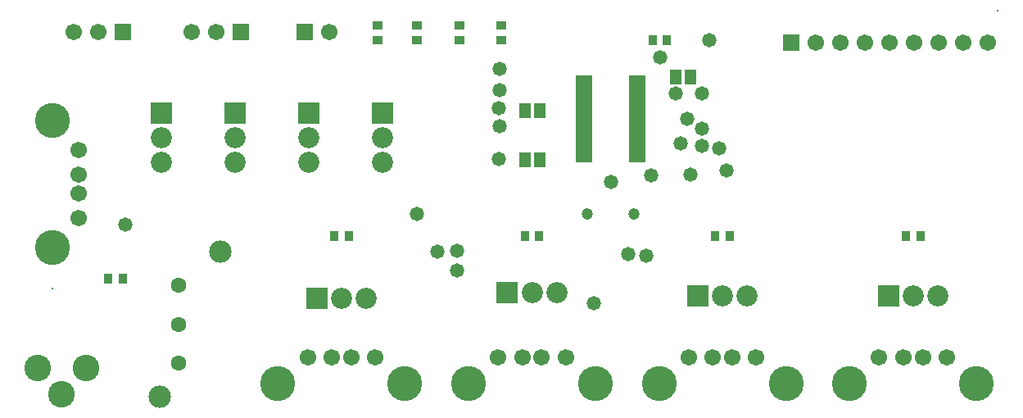
<source format=gts>
G04*
G04 #@! TF.GenerationSoftware,Altium Limited,Altium Designer,18.1.7 (191)*
G04*
G04 Layer_Color=8388736*
%FSLAX23Y23*%
%MOIN*%
G70*
G01*
G75*
%ADD18R,0.036X0.043*%
%ADD19R,0.043X0.036*%
%ADD20R,0.068X0.025*%
%ADD21R,0.051X0.063*%
%ADD22R,0.086X0.086*%
%ADD23C,0.086*%
%ADD24R,0.086X0.086*%
%ADD25C,0.063*%
%ADD26C,0.091*%
%ADD27R,0.067X0.067*%
%ADD28C,0.067*%
%ADD29C,0.108*%
%ADD30C,0.047*%
%ADD31C,0.142*%
%ADD32C,0.008*%
%ADD33C,0.058*%
D18*
X3735Y780D02*
D03*
X3676D02*
D03*
X2960Y780D02*
D03*
X2901D02*
D03*
X2184Y780D02*
D03*
X2125D02*
D03*
X1409Y780D02*
D03*
X1350D02*
D03*
X430Y605D02*
D03*
X490D02*
D03*
X2704Y1575D02*
D03*
X2645D02*
D03*
D19*
X1525Y1635D02*
D03*
Y1576D02*
D03*
X1685Y1635D02*
D03*
Y1576D02*
D03*
X1860Y1635D02*
D03*
Y1576D02*
D03*
X2030Y1635D02*
D03*
Y1576D02*
D03*
D20*
X2582Y1091D02*
D03*
Y1116D02*
D03*
Y1142D02*
D03*
Y1167D02*
D03*
Y1192D02*
D03*
Y1217D02*
D03*
Y1242D02*
D03*
Y1268D02*
D03*
Y1293D02*
D03*
Y1318D02*
D03*
Y1343D02*
D03*
Y1368D02*
D03*
Y1394D02*
D03*
Y1419D02*
D03*
X2368D02*
D03*
Y1394D02*
D03*
Y1368D02*
D03*
Y1343D02*
D03*
Y1318D02*
D03*
Y1293D02*
D03*
Y1268D02*
D03*
Y1242D02*
D03*
Y1217D02*
D03*
Y1192D02*
D03*
Y1167D02*
D03*
Y1142D02*
D03*
Y1116D02*
D03*
Y1091D02*
D03*
D21*
X2126Y1290D02*
D03*
X2185D02*
D03*
X2800Y1425D02*
D03*
X2740D02*
D03*
X2126Y1090D02*
D03*
X2185D02*
D03*
D22*
X645Y1280D02*
D03*
X945D02*
D03*
X1245D02*
D03*
X1545D02*
D03*
D23*
X645Y1180D02*
D03*
Y1080D02*
D03*
X945Y1180D02*
D03*
Y1080D02*
D03*
X1245Y1180D02*
D03*
Y1080D02*
D03*
X1545Y1180D02*
D03*
Y1080D02*
D03*
X3706Y535D02*
D03*
X3806D02*
D03*
X2930Y535D02*
D03*
X3031D02*
D03*
X2155Y550D02*
D03*
X2255D02*
D03*
X1379Y525D02*
D03*
X1480D02*
D03*
D24*
X3605Y535D02*
D03*
X2830Y535D02*
D03*
X2054Y550D02*
D03*
X1279Y525D02*
D03*
D25*
X715Y263D02*
D03*
Y578D02*
D03*
Y420D02*
D03*
D26*
X640Y125D02*
D03*
X888Y716D02*
D03*
D27*
X1230Y1610D02*
D03*
X970Y1610D02*
D03*
X490D02*
D03*
X3210Y1565D02*
D03*
D28*
X1330Y1610D02*
D03*
X870Y1610D02*
D03*
X770D02*
D03*
X390D02*
D03*
X290D02*
D03*
X3843Y285D02*
D03*
X3745D02*
D03*
X3666D02*
D03*
X3568D02*
D03*
X3068D02*
D03*
X2970D02*
D03*
X2891D02*
D03*
X2792D02*
D03*
X2293D02*
D03*
X2194D02*
D03*
X2115D02*
D03*
X2017D02*
D03*
X1517D02*
D03*
X1419D02*
D03*
X1340D02*
D03*
X1242D02*
D03*
X310Y853D02*
D03*
Y951D02*
D03*
Y1030D02*
D03*
Y1128D02*
D03*
X3410Y1565D02*
D03*
X3510D02*
D03*
X3610D02*
D03*
X3710D02*
D03*
X3810D02*
D03*
X3910D02*
D03*
X4010D02*
D03*
X3310D02*
D03*
D29*
X340Y241D02*
D03*
X143D02*
D03*
X240Y135D02*
D03*
D30*
X2571Y870D02*
D03*
X2379D02*
D03*
D31*
X3964Y178D02*
D03*
X3447D02*
D03*
X3189D02*
D03*
X2672D02*
D03*
X2413D02*
D03*
X1896D02*
D03*
X1638D02*
D03*
X1121D02*
D03*
X203Y732D02*
D03*
Y1249D02*
D03*
D32*
X4050Y1695D02*
D03*
X203Y565D02*
D03*
D33*
X2740Y1360D02*
D03*
X2020Y1091D02*
D03*
X2022Y1225D02*
D03*
X2875Y1575D02*
D03*
X2845Y1360D02*
D03*
X2640Y1025D02*
D03*
X2760Y1155D02*
D03*
X2915Y1135D02*
D03*
X2945Y1045D02*
D03*
X2845Y1215D02*
D03*
X2785Y1255D02*
D03*
X2800Y1030D02*
D03*
X2845Y1147D02*
D03*
X2620Y700D02*
D03*
X2475Y1000D02*
D03*
X2545Y705D02*
D03*
X2405Y505D02*
D03*
X1850Y640D02*
D03*
X2020Y1300D02*
D03*
X501Y825D02*
D03*
X1850Y720D02*
D03*
X2675Y1505D02*
D03*
X1771Y716D02*
D03*
X1685Y870D02*
D03*
X2022Y1372D02*
D03*
Y1460D02*
D03*
M02*

</source>
